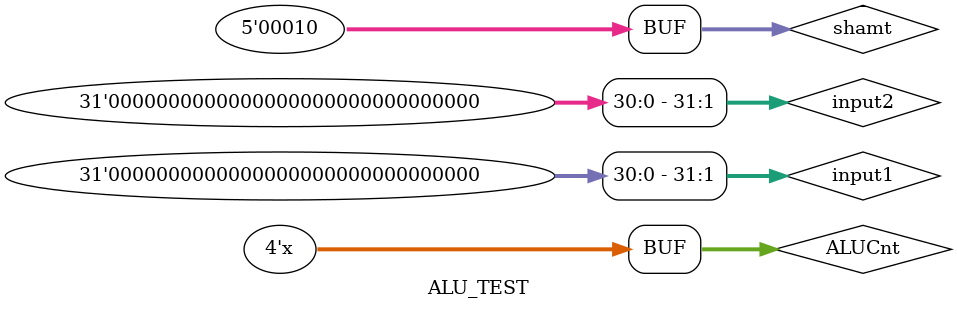
<source format=v>
`timescale 1ns / 1ps


module ALU_TEST;

	// Inputs
	reg [3:0] ALUCnt;
	reg [31:0] input1;
	reg [31:0] input2;
	reg [4:0] shamt;

	// Outputs
	wire [31:0] result;
	wire zero;

	// Instantiate the Unit Under Test (UUT)
	ALU uut (
		.ALUCnt(ALUCnt), 
		.input1(input1), 
		.input2(input2), 
		.shamt(shamt), 
		.result(result), 
		.zero(zero)
	);

	always #50 ALUCnt = (ALUCnt+1)% 8;
	always #25 input1 = $random;
	always #25 input2 = $random;
	initial begin
		// Initialize Inputs
		ALUCnt = 0;
		input1 = 0;
		input2 = 0;
		shamt = 2;

		// Wait 100 ns for global reset to finish
		#300;
        
		// Add stimulus here

	end
      
endmodule


</source>
